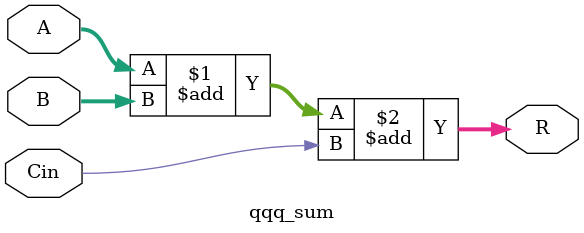
<source format=v>
module qqq_sum( input[31:0]  A, B,
                output[31:0] R,
                input  Cin );
assign R = A + B + Cin;
endmodule
</source>
